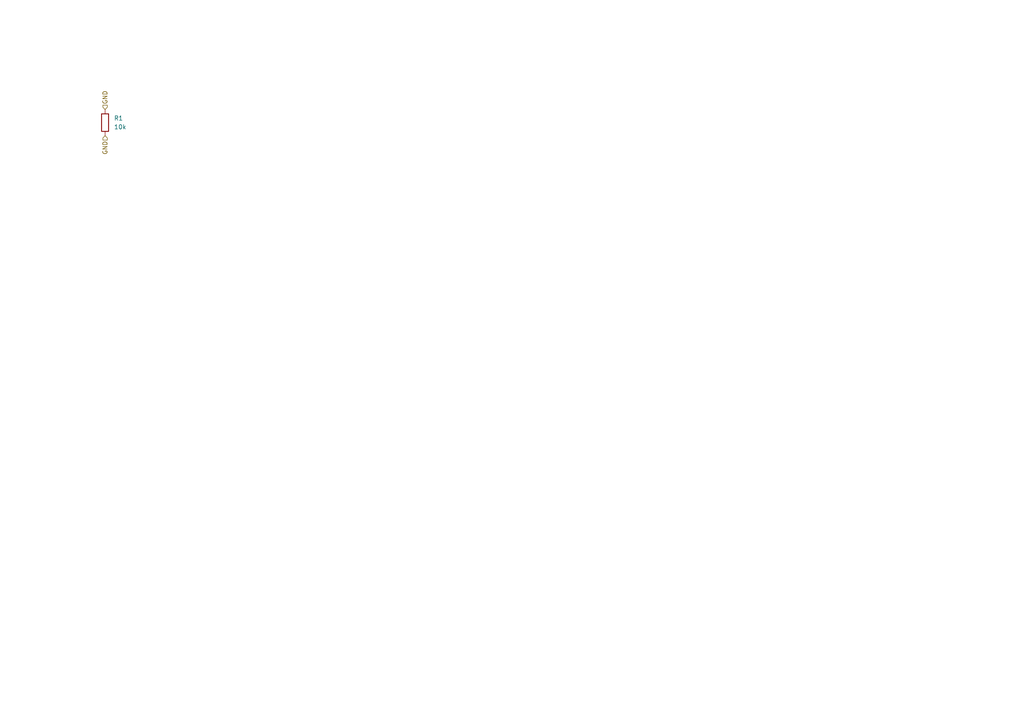
<source format=kicad_sch>
(kicad_sch (version 20250114) (generator "circuit_synth") (generator_version "0.8.36")
  (paper "A4")
  (title_block (title "resistor_circuit"))
  (lib_symbols
    (symbol "Device:R" (pin_numbers (hide yes)) (pin_names (offset 0))
      (property "Reference" "R" (at 2.032 0 90))
      (property "Value" "R" (at 0 0 90))
      (symbol "R_0_1"
        (rectangle (start -1.016 -2.54) (end 1.016 2.54) (stroke (width 0.254)))
      )
      (symbol "R_1_1"
        (pin passive line (at 0 3.81 270) (length 1.27) (name "~") (number "1"))
        (pin passive line (at 0 -3.81 90) (length 1.27) (name "~") (number "2"))
      )
    )
  )
  (symbol (lib_id "Device:R") (at 30.48 35.56 0) (unit 1)
    (property "Reference" "R1" (at 33.02 34.2899 0) (effects (justify left)))
    (property "Value" "10k" (at 33.02 36.8299 0) (effects (justify left)))
    (property "Footprint" "Resistor_SMD:R_0603_1608Metric" (effects (hide yes)))
    (property "hierarchy_path" "/b0529724-3c37-4d63-9c6f-9c43fa8275e5" (effects (hide yes)))
    (property "project_name" "resistor_circuit" (effects (hide yes)))
    (property "root_uuid" "b0529724-3c37-4d63-9c6f-9c43fa8275e5" (effects (hide yes)))
  )
  (hierarchical_label "GND" (shape input) (at 30.48 31.75 90))
  (hierarchical_label "GND" (shape input) (at 30.48 39.37 270))
)
</source>
